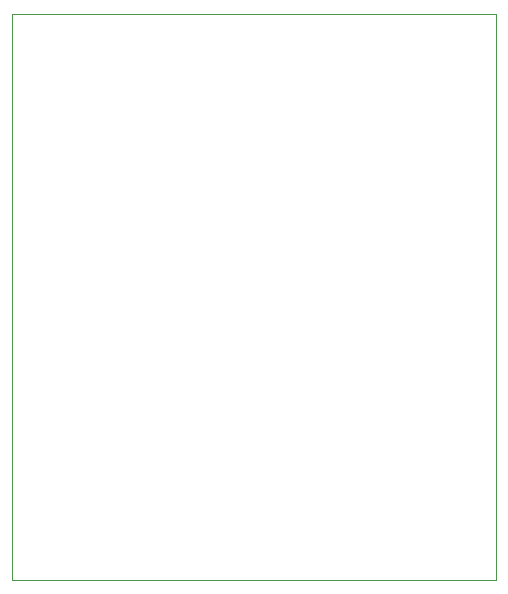
<source format=gbr>
G04 ===== Begin FILE IDENTIFICATION =====*
G04 File Format:  Gerber RS274X*
G04 ===== End FILE IDENTIFICATION =====*
%FSLAX24Y24*%
%MOIN*%
%SFA1.0000B1.0000*%
%OFA0.0B0.0*%
%ADD14C,0.000001*%
%LNbound*%
%IPPOS*%
%LPD*%
G75*
D14*
G01X-394Y16898D02*
G01Y-1969D01*
G01X15724Y16898D02*
G01X-394D01*
G01X15724Y-1969D02*
G01Y16898D01*
G01X-394Y-1969D02*
G01X15724D01*
M02*


</source>
